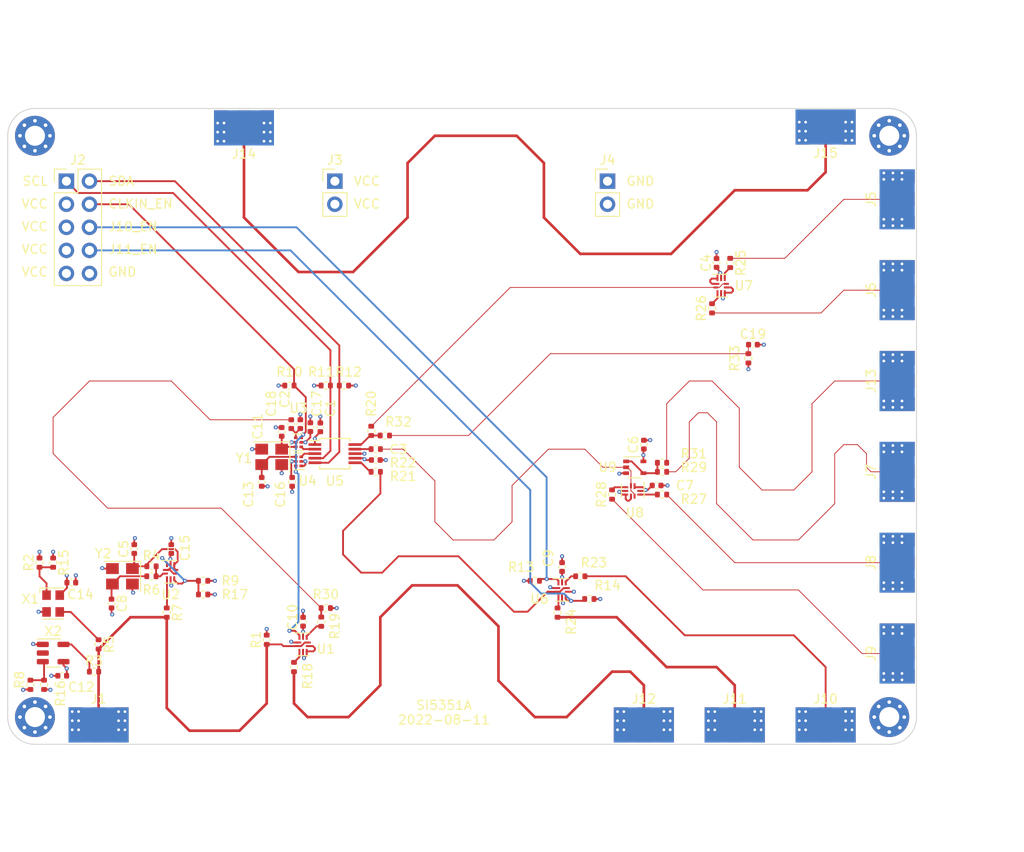
<source format=kicad_pcb>
(kicad_pcb (version 20211014) (generator pcbnew)
  (layers (0 "F.Cu" signal) (1 "In1.Cu" signal) (2 "In2.Cu" signal) (31 "B.Cu" signal) (34 "B.Paste" user) (35 "F.Paste" user) (36 "B.SilkS" user "B.Silkscreen") (37 "F.SilkS" user "F.Silkscreen") (38 "B.Mask" user) (39 "F.Mask" user) (44 "Edge.Cuts" user))
  (net 0 "")
  (net 1 "VCC")
  (net 2 "GND")
  (net 3 "Net-(C5-Pad1)")
  (net 4 "Net-(C8-Pad1)")
  (net 5 "Net-(C11-Pad1)")
  (net 6 "Net-(C13-Pad1)")
  (net 7 "Net-(C17-Pad1)")
  (net 8 "Net-(C17-Pad2)")
  (net 9 "Net-(J1-Pad1)")
  (net 10 "Net-(J5-Pad1)")
  (net 11 "Net-(J6-Pad1)")
  (net 12 "Net-(J7-Pad1)")
  (net 13 "Net-(J8-Pad1)")
  (net 14 "Net-(J9-Pad1)")
  (net 15 "Net-(J10-Pad1)")
  (net 16 "Net-(J11-Pad1)")
  (net 17 "Net-(J12-Pad1)")
  (net 18 "Net-(J13-Pad1)")
  (net 19 "Net-(R15-Pad2)")
  (net 20 "Net-(R3-Pad1)")
  (net 21 "Net-(R4-Pad2)")
  (net 22 "Net-(R5-Pad1)")
  (net 23 "Net-(R7-Pad1)")
  (net 24 "Net-(R16-Pad2)")
  (net 25 "Net-(R17-Pad2)")
  (net 26 "Net-(J2-Pad6)")
  (net 27 "Net-(J2-Pad8)")
  (net 28 "Net-(R18-Pad1)")
  (net 29 "Net-(R19-Pad2)")
  (net 30 "Net-(R23-Pad2)")
  (net 31 "Net-(R24-Pad2)")
  (net 32 "Net-(R25-Pad2)")
  (net 33 "Net-(R26-Pad2)")
  (net 34 "Net-(R27-Pad2)")
  (net 35 "Net-(R28-Pad2)")
  (net 36 "Net-(R29-Pad2)")
  (net 38 "/SCL")
  (net 39 "/SDA")
  (net 40 "/CLK0")
  (net 41 "/CLK2")
  (net 42 "/CLK1")
  (net 43 "/XA")
  (net 44 "/XB")
  (net 45 "Net-(C19-Pad1)")
  (net 46 "Net-(R20-Pad1)")
  (net 47 "Net-(R21-Pad2)")
  (net 48 "Net-(R22-Pad1)")
  (net 49 "/CLKIN_EN")
  (net 50 "Net-(J14-Pad1)")
  (footprint "Resistor_SMD:R_0402_1005Metric" (layer "F.Cu") (at 116.5 125.45 90)
    (fp_text reference "R8")
    (fp_text value "10k")
  )
  (footprint "Capacitor_SMD:C_0402_1005Metric" (layer "F.Cu") (at 154.5 100.7)
    (fp_text reference "C3")
    (fp_text value "100nF")
  )
  (footprint "Resistor_SMD:R_0402_1005Metric" (layer "F.Cu") (at 174.5 117.5 90)
    (fp_text reference "R24")
    (fp_text value "0")
  )
  (footprint "Resistor_SMD:R_0402_1005Metric" (layer "F.Cu") (at 186 101 180)
    (fp_text reference "R31")
    (fp_text value "0")
  )
  (footprint "MountingHole:MountingHole_2.2mm_M2_Pad_Via" (layer "F.Cu") (at 211 65)
    (fp_text reference "H2" hide)
    (fp_text value "hole")
  )
  (footprint "Si5351A:SMA-EDGE" (layer "F.Cu") (at 214 72 180)
    (fp_text reference "J5")
    (fp_text value "Conn_Coaxial")
  )
  (footprint "Resistor_SMD:R_0402_1005Metric" (layer "F.Cu") (at 123.5 124)
    (fp_text reference "R3")
    (fp_text value "0")
  )
  (footprint "Resistor_SMD:R_0402_1005Metric" (layer "F.Cu") (at 151 92.5 180)
    (fp_text reference "R12")
    (fp_text value "2k")
  )
  (footprint "Capacitor_SMD:C_0402_1005Metric" (layer "F.Cu") (at 127.925 110.5 90)
    (fp_text reference "C5")
    (fp_text value "C")
  )
  (footprint "Connector_PinHeader_2.54mm:PinHeader_1x02_P2.54mm_Vertical" (layer "F.Cu") (at 150 70)
    (fp_text reference "J3")
    (fp_text value "Conn_01x02_Male")
  )
  (footprint "Si5351A:SMA-EDGE" (layer "F.Cu") (at 184 132 90)
    (fp_text reference "J12")
    (fp_text value "Conn_Coaxial")
  )
  (footprint "Si5351A:XQFN10" (layer "F.Cu") (at 146.5 120.99)
    (fp_text reference "U1")
    (fp_text value "74AUP2G58GU")
  )
  (footprint "Resistor_SMD:R_0402_1005Metric" (layer "F.Cu") (at 124 121 -90)
    (fp_text reference "R5")
    (fp_text value "0")
  )
  (footprint "Resistor_SMD:R_0402_1005Metric" (layer "F.Cu") (at 178 116 180)
    (fp_text reference "R14")
    (fp_text value "10k")
  )
  (footprint "Capacitor_SMD:C_0402_1005Metric" (layer "F.Cu") (at 120 124.45 180)
    (fp_text reference "C12")
    (fp_text value "100nF")
  )
  (footprint "Resistor_SMD:R_0402_1005Metric" (layer "F.Cu") (at 135.5 114 180)
    (fp_text reference "R9")
    (fp_text value "10k")
  )
  (footprint "Resistor_SMD:R_0402_1005Metric" (layer "F.Cu") (at 135.5 115.5 180)
    (fp_text reference "R17")
    (fp_text value "10k")
  )
  (footprint "Resistor_SMD:R_0402_1005Metric" (layer "F.Cu") (at 117.5 112 90)
    (fp_text reference "R2")
    (fp_text value "10k")
  )
  (footprint "Si5351A:XSON6" (layer "F.Cu") (at 146 100.85 180)
    (fp_text reference "U4")
    (fp_text value "74LVC1G3157")
  )
  (footprint "Resistor_SMD:R_0402_1005Metric" (layer "F.Cu") (at 195.5 89.5 -90)
    (fp_text reference "R33")
    (fp_text value "R")
  )
  (footprint "Resistor_SMD:R_0402_1005Metric" (layer "F.Cu") (at 149 117 180)
    (fp_text reference "R30")
    (fp_text value "R")
  )
  (footprint "Connector_PinHeader_2.54mm:PinHeader_1x02_P2.54mm_Vertical" (layer "F.Cu") (at 180 70)
    (fp_text reference "J4")
    (fp_text value "Conn_01x02_Male")
  )
  (footprint "Resistor_SMD:R_0402_1005Metric" (layer "F.Cu") (at 148.5 118.5 -90)
    (fp_text reference "R19")
    (fp_text value "0")
  )
  (footprint "Si5351A:XQFN10" (layer "F.Cu") (at 131.925 113)
    (fp_text reference "U2")
    (fp_text value "74AUP2G58GU")
  )
  (footprint "MountingHole:MountingHole_2.2mm_M2_Pad_Via" (layer "F.Cu") (at 117 129)
    (fp_text reference "H4" hide)
    (fp_text value "hole")
  )
  (footprint "Resistor_SMD:R_0402_1005Metric" (layer "F.Cu") (at 129.825 112.4)
    (fp_text reference "R4")
    (fp_text value "R")
  )
  (footprint "Resistor_SMD:R_0402_1005Metric" (layer "F.Cu") (at 149 92.5)
    (fp_text reference "R11")
    (fp_text value "2k")
  )
  (footprint "Package_TO_SOT_SMD:SOT-23-5" (layer "F.Cu") (at 119 121.95)
    (fp_text reference "X2")
    (fp_text value "SiT2018B")
  )
  (footprint "Si5351A:XQFN10" (layer "F.Cu") (at 192.5 81.5)
    (fp_text reference "U7")
    (fp_text value "74AUP2G58GU")
  )
  (footprint "MountingHole:MountingHole_2.2mm_M2_Pad_Via" (layer "F.Cu") (at 117 65)
    (fp_text reference "H1" hide)
    (fp_text value "hole")
  )
  (footprint "Resistor_SMD:R_0402_1005Metric" (layer "F.Cu") (at 142.5 120.49 90)
    (fp_text reference "R1")
    (fp_text value "10k")
  )
  (footprint "Capacitor_SMD:C_0402_1005Metric" (layer "F.Cu") (at 185.4 103.5)
    (fp_text reference "C7")
    (fp_text value "100nF")
  )
  (footprint "Resistor_SMD:R_0402_1005Metric" (layer "F.Cu") (at 180.5 104.5 90)
    (fp_text reference "R28")
    (fp_text value "0")
  )
  (footprint "Resistor_SMD:R_0402_1005Metric" (layer "F.Cu") (at 131.5 117.5 -90)
    (fp_text reference "R7")
    (fp_text value "0")
  )
  (footprint "Capacitor_SMD:C_0402_1005Metric" (layer "F.Cu") (at 192 79 90)
    (fp_text reference "C4")
    (fp_text value "100nF")
  )
  (footprint "Si5351A:SMA-EDGE" (layer "F.Cu") (at 194 132 90)
    (fp_text reference "J11")
    (fp_text value "Conn_Coaxial")
  )
  (footprint "Resistor_SMD:R_0402_1005Metric" (layer "F.Cu") (at 118 125.45 90)
    (fp_text reference "R16")
    (fp_text value "10k")
  )
  (footprint "Resistor_SMD:R_0402_1005Metric" (layer "F.Cu") (at 177 113.5 180)
    (fp_text reference "R23")
    (fp_text value "0")
  )
  (footprint "Capacitor_SMD:C_0402_1005Metric" (layer "F.Cu") (at 147.3 97.08 90)
    (fp_text reference "C2")
    (fp_text value "100nF")
  )
  (footprint "Oscillator:Oscillator_SMD_Kyocera_KC2520Z-4Pin_2.5x2.0mm" (layer "F.Cu") (at 119 116.5)
    (fp_text reference "X1")
    (fp_text value "KC2520Z")
  )
  (footprint "Capacitor_SMD:C_0402_1005Metric" (layer "F.Cu") (at 175 112.48 90)
    (fp_text reference "C9")
    (fp_text value "100nF")
  )
  (footprint "Resistor_SMD:R_0402_1005Metric" (layer "F.Cu") (at 154.5 99.5 180)
    (fp_text reference "R22")
    (fp_text value "0")
  )
  (footprint "Si5351A:SMA-EDGE" (layer "F.Cu") (at 214 112 180)
    (fp_text reference "J8")
    (fp_text value "Conn_Coaxial")
  )
  (footprint "Crystal:Crystal_SMD_3225-4Pin_3.2x2.5mm" (layer "F.Cu") (at 126.625 113.5 180)
    (fp_text reference "Y2")
    (fp_text value "Crystal_GND24_Small")
  )
  (footprint "Capacitor_SMD:C_0402_1005Metric" (layer "F.Cu") (at 144.15 97.6 90)
    (fp_text reference "C11")
    (fp_text value "C")
  )
  (footprint "Package_TO_SOT_SMD:SOT-353_SC-70-5" (layer "F.Cu") (at 183 101.5)
    (fp_text reference "U9")
    (fp_text value "74LVC1G80")
  )
  (footprint "Resistor_SMD:R_0402_1005Metric" (layer "F.Cu") (at 193.5 79 -90)
    (fp_text reference "R25")
    (fp_text value "0")
  )
  (footprint "Capacitor_SMD:C_0402_1005Metric" (layer "F.Cu") (at 145.2 96.75 -90)
    (fp_text reference "C17")
    (fp_text value "33pF")
  )
  (footprint "Resistor_SMD:R_0402_1005Metric" (layer "F.Cu") (at 129.815 113.5)
    (fp_text reference "R6")
    (fp_text value "R")
  )
  (footprint "Resistor_SMD:R_0402_1005Metric" (layer "F.Cu") (at 154 97.49 -90)
    (fp_text reference "R20")
    (fp_text value "0")
  )
  (footprint "Resistor_SMD:R_0402_1005Metric" (layer "F.Cu") (at 119 112 -90)
    (fp_text reference "R15")
    (fp_text value "10k")
  )
  (footprint "Si5351A:XSON6" (layer "F.Cu") (at 146 98.75)
    (fp_text reference "U3")
    (fp_text value "74LVC1G3157")
  )
  (footprint "Capacitor_SMD:C_0402_1005Metric" (layer "F.Cu") (at 141.95 103.1 -90)
    (fp_text reference "C13")
    (fp_text value "C")
  )
  (footprint "Resistor_SMD:R_0402_1005Metric" (layer "F.Cu") (at 172 114)
    (fp_text reference "R13")
    (fp_text value "10k")
  )
  (footprint "MountingHole:MountingHole_2.2mm_M2_Pad_Via" (layer "F.Cu") (at 211 129)
    (fp_text reference "H3" hide)
    (fp_text value "hole")
  )
  (footprint "Capacitor_SMD:C_0402_1005Metric" (layer "F.Cu") (at 184 99 90)
    (fp_text reference "C6")
    (fp_text value "100nF")
  )
  (footprint "Capacitor_SMD:C_0402_1005Metric" (layer "F.Cu") (at 146.5 118.5 90)
    (fp_text reference "C10")
    (fp_text value "100nF")
  )
  (footprint "Capacitor_SMD:C_0402_1005Metric" (layer "F.Cu") (at 196 88)
    (fp_text reference "C19")
    (fp_text value "C")
  )
  (footprint "Si5351A:SMA-EDGE" (layer "F.Cu") (at 204 61.9 -90)
    (fp_text reference "J15")
    (fp_text value "Conn_Coaxial")
  )
  (footprint "Si5351A:SMA-EDGE" (layer "F.Cu") (at 214 92 180)
    (fp_text reference "J13")
    (fp_text value "Conn_Coaxial")
  )
  (footprint "Resistor_SMD:R_0402_1005Metric" (layer "F.Cu") (at 154.5 102)
    (fp_text reference "R21")
    (fp_text value "0")
  )
  (footprint "Capacitor_SMD:C_0402_1005Metric" (layer "F.Cu") (at 146.2 96.75 90)
    (fp_text reference "C18")
    (fp_text value "100pF")
  )
  (footprint "Connector_PinHeader_2.54mm:PinHeader_2x05_P2.54mm_Vertical" (layer "F.Cu") (at 120.46 70)
    (fp_text reference "J2")
    (fp_text value "Conn_02x05_Odd_Even")
  )
  (footprint "Package_SO:MSOP-10_3x3mm_P0.5mm" (layer "F.Cu") (at 150 100)
    (fp_text reference "U5")
    (fp_text value "Si5351A-B-GT")
  )
  (footprint "Resistor_SMD:R_0402_1005Metric" (layer "F.Cu") (at 191.5 84 90)
    (fp_text reference "R26")
    (fp_text value "0")
  )
  (footprint "Capacitor_SMD:C_0402_1005Metric" (layer "F.Cu") (at 148.4 97.1 90)
    (fp_text reference "C1")
    (fp_text value "100nF")
  )
  (footprint "Si5351A:SMA-EDGE" (layer "F.Cu") (at 140 62 -90)
    (fp_text reference "J14")
    (fp_text value "Conn_Coaxial")
  )
  (footprint "Resistor_SMD:R_0402_1005Metric" (layer "F.Cu") (at 145 92.5 180)
    (fp_text reference "R10")
    (fp_text value "10k")
  )
  (footprint "Resistor_SMD:R_0402_1005Metric" (layer "F.Cu") (at 145.5 123.49 -90)
    (fp_text reference "R18")
    (fp_text value "0")
  )
  (footprint "Crystal:Crystal_SMD_3225-4Pin_3.2x2.5mm" (layer "F.Cu") (at 143.05 100.35 180)
    (fp_text reference "Y1")
    (fp_text value "Crystal_GND24_Small")
  )
  (footprint "Resistor_SMD:R_0402_1005Metric" (layer "F.Cu") (at 186 104.5 180)
    (fp_text reference "R27")
    (fp_text value "0")
  )
  (footprint "Capacitor_SMD:C_0402_1005Metric" (layer "F.Cu") (at 121 114.2)
    (fp_text reference "C14")
    (fp_text value "100nF")
  )
  (footprint "Si5351A:SMA-EDGE" (layer "F.Cu") (at 204 132 90)
    (fp_text reference "J10")
    (fp_text value "Conn_Coaxial")
  )
  (footprint "Si5351A:XQFN10" (layer "F.Cu") (at 182.775 104.1 -90)
    (fp_text reference "U8")
    (fp_text value "74AUP2G58GU")
  )
  (footprint "Capacitor_SMD:C_0402_1005Metric" (layer "F.Cu") (at 145.3 103.1 -90)
    (fp_text reference "C16")
    (fp_text value "100nF")
  )
  (footprint "Resistor_SMD:R_0402_1005Metric" (layer "F.Cu") (at 186 102 180)
    (fp_text reference "R29")
    (fp_text value "0")
  )
  (footprint "Resistor_SMD:R_0402_1005Metric" (layer "F.Cu") (at 155.5 98)
    (fp_text reference "R32")
    (fp_text value "0")
  )
  (footprint "Si5351A:SMA-EDGE" (layer "F.Cu") (at 214 102 180)
    (fp_text reference "J7")
    (fp_text value "Conn_Coaxial")
  )
  (footprint "Si5351A:XQFN10" (layer "F.Cu") (at 175 115)
    (fp_text reference "U6")
    (fp_text value "74AUP2G58GU")
  )
  (footprint "Capacitor_SMD:C_0402_1005Metric" (layer "F.Cu") (at 125.425 116.5 -90)
    (fp_text reference "C8")
    (fp_text value "C")
  )
  (footprint "Capacitor_SMD:C_0402_1005Metric" (layer "F.Cu") (at 132 110.5 90)
    (fp_text reference "C15")
    (fp_text value "100nF")
  )
  (footprint "Si5351A:SMA-EDGE" (layer "F.Cu") (at 214 82 180)
    (fp_text reference "J6")
    (fp_text value "Conn_Coaxial")
  )
  (footprint "Si5351A:SMA-EDGE" (layer "F.Cu") (at 214 122 180)
    (fp_text reference "J9")
    (fp_text value "Conn_Coaxial")
  )
  (footprint "Si5351A:SMA-EDGE" (layer "F.Cu") (at 124 132 90)
    (fp_text reference "J1")
    (fp_text value "Conn_Coaxial")
  )
  (gr_line (start 117 62) (end 211 62) (layer "Edge.Cuts") (width 0.1))
  (gr_arc (start 211 62) (mid 213.12132 62.87868) (end 214 65) (layer "Edge.Cuts") (width 0.1))
  (gr_arc (start 117 132) (mid 114.87868 131.12132) (end 114 129) (layer "Edge.Cuts") (width 0.1))
  (gr_line (start 214 129) (end 214 65) (layer "Edge.Cuts") (width 0.1))
  (gr_arc (start 214 129) (mid 213.12132 131.12132) (end 211 132) (layer "Edge.Cuts") (width 0.1))
  (gr_line (start 211 132) (end 117 132) (layer "Edge.Cuts") (width 0.1))
  (gr_line (start 114 65) (end 114 129) (layer "Edge.Cuts") (width 0.1))
  (gr_arc (start 114 65) (mid 114.87868 62.87868) (end 117 62) (layer "Edge.Cuts") (width 0.1))
  (gr_text "J10_EN" (at 125 75) (layer "F.SilkS") (effects (font (size 1 1)) (justify left)))
  (gr_text "GND" (at 182 72.5) (layer "F.SilkS") (effects (font (size 1 1)) (justify left)))
  (gr_text "GND" (at 125 80) (layer "F.SilkS") (effects (font (size 1 1)) (justify left)))
  (gr_text "VCC" (at 118.5 72.5) (layer "F.SilkS") (effects (font (size 1 1)) (justify right)))
  (gr_text "VCC" (at 118.5 80) (layer "F.SilkS") (effects (font (size 1 1)) (justify right)))
  (gr_text "J11_EN" (at 125 77.5) (layer "F.SilkS") (effects (font (size 1 1)) (justify left)))
  (gr_text "VCC" (at 152 70) (layer "F.SilkS") (effects (font (size 1 1)) (justify left)))
  (gr_text "SDA" (at 125 70) (layer "F.SilkS") (effects (font (size 1 1)) (justify left)))
  (gr_text "CLKIN_EN" (at 125 72.5) (layer "F.SilkS") (effects (font (size 1 1)) (justify left)))
  (gr_text "VCC" (at 118.5 75) (layer "F.SilkS") (effects (font (size 1 1)) (justify right)))
  (gr_text "Si5351A\n2022-08-11" (at 162 128.5) (layer "F.SilkS") (effects (font (size 1 1))))
  (gr_text "VCC" (at 118.5 77.5) (layer "F.SilkS") (effects (font (size 1 1)) (justify right)))
  (gr_text "SCL" (at 118.5 70) (layer "F.SilkS") (effects (font (size 1 1)) (justify right)))
  (gr_text "VCC" (at 152 72.5) (layer "F.SilkS") (effects (font (size 1 1)) (justify left)))
  (gr_text "GND" (at 182 70) (layer "F.SilkS") (effects (font (size 1 1)) (justify left)))
  (segment (start 192.4 80) (end 192 79.6) (width 0.2032) (layer "F.Cu") (net 1))
  (segment (start 183.55 103.7) (end 183.9 103.7) (width 0.2032) (layer "F.Cu") (net 1))
  (segment (start 120.1375 123.2875) (end 120.5 123.65) (width 0.2032) (layer "F.Cu") (net 1))
  (segment (start 184.1 104.1) (end 184.2 104) (width 0.2032) (layer "F.Cu") (net 1))
  (segment (start 151.51 92.5) (end 152.3 92.5) (width 0.2032) (layer "F.Cu") (net 1))
  (segment (start 184.2 104) (end 184.42 104) (width 0.2032) (layer "F.Cu") (net 1))
  (segment (start 192.1 80.3) (end 192.3 80.1) (width 0.2032) (layer "F.Cu") (net 1))
  (segment (start 146.3 98.75) (end 146.75 98.75) (width 0.2032) (layer "F.Cu") (net 1))
  (segment (start 117.5 111.49) (end 117.5 110.8) (width 0.2032) (layer "F.Cu") (net 1))
  (segment (start 145.29 120.79) (end 145.2 120.7) (width 0.2032) (layer "F.Cu") (net 1))
  (segment (start 147.8 99) (end 147.8 98.35) (width 0.2032) (layer "F.Cu") (net 1))
  (segment (start 132.252036 113.2) (end 131.8 112.747964) (width 0.2032) (layer "F.Cu") (net 1))
  (segment (start 120.52 113.42) (end 120.5 113.4) (width 0.2032) (layer "F.Cu") (net 1))
  (segment (start 131.7 112.8) (end 131.8 112.7) (width 0.2032) (layer "F.Cu") (net 1))
  (segment (start 174.475 114.8) (end 173.8 114.8) (width 0.2032) (layer "F.Cu") (net 1))
  (segment (start 192.1 80.725) (end 192.1 80.3) (width 0.2032) (layer "F.Cu") (net 1))
  (segment (start 136.01 114) (end 136.8 114) (width 0.2032) (layer "F.Cu") (net 1))
  (segment (start 120.52 114.78) (end 120.52 114.2) (width 0.2032) (layer "F.Cu") (net 1))
  (segment (start 147.8 98.35) (end 147.8 98.2) (width 0.2032) (layer "F.Cu") (net 1))
  (segment (start 183.95 99.53) (end 184 99.48) (width 0.2032) (layer "F.Cu") (net 1))
  (segment (start 147.8 98.2) (end 148.4 97.6) (width 0.2032) (layer "F.Cu") (net 1))
  (segment (start 183.55 103.7) (end 183.1 103.7) (width 0.2032) (layer "F.Cu") (net 1))
  (segment (start 131.925 112.225) (end 131.925 111.625) (width 0.2032) (layer "F.Cu") (net 1))
  (segment (start 132.5 113.2) (end 132.252036 113.2) (width 0.2032) (layer "F.Cu") (net 1))
  (segment (start 131.8 112.7) (end 131.925 112.575) (width 0.2032) (layer "F.Cu") (net 1))
  (segment (start 146.5 119.6) (end 146.5 118.98) (width 0.2032) (layer "F.Cu") (net 1))
  (segment (start 148.49 92.5) (end 147.7 92.5) (width 0.2032) (layer "F.Cu") (net 1))
  (segment (start 131.9 111.08) (end 132 110.98) (width 0.2032) (layer "F.Cu") (net 1))
  (segment (start 119.725 115.575) (end 120.52 114.78) (width 0.2032) (layer "F.Cu") (net 1))
  (segment (start 192.4 80.1) (end 192.4 80) (width 0.2032) (layer "F.Cu") (net 1))
  (segment (start 175.575 115.2) (end 176.3 115.2) (width 0.2032) (layer "F.Cu") (net 1))
  (segment (start 145.2 100.9) (end 145.2 102.52) (width 0.2032) (layer "F.Cu") (net 1))
  (segment (start 175 113.6) (end 175 112.96) (width 0.2032) (layer "F.Cu") (net 1))
  (segment (start 184.42 104) (end 184.92 103.5) (width 0.2032) (layer "F.Cu") (net 1))
  (segment (start 183.95 100.85) (end 183.95 99.53) (width 0.2032) (layer "F.Cu") (net 1))
  (segment (start 120.52 114.2) (end 120.52 113.42) (width 0.2032) (layer "F.Cu") (net 1))
  (segment (start 148.4 97.6) (end 148.4 97.58) (width 0.2032) (layer "F.Cu") (net 1))
  (segment (start 116.5 125.96) (end 115.74 125.96) (width 0.2032) (layer "F.Cu") (net 1))
  (segment (start 147.3 98.2) (end 147.3 97.56) (width 0.2032) (layer "F.Cu") (net 1))
  (segment (start 146.75 98.75) (end 147.3 98.2) (width 0.2032) (layer "F.Cu") (net 1))
  (segment (start 192.5 80.2) (end 192.4 80.1) (width 0.2032) (layer "F.Cu") (net 1))
  (segment (start 120.5 124.43) (end 120.48 124.45) (width 0.2032) (layer "F.Cu") (net 1))
  (segment (start 120.1375 122.9) (end 120.1375 123.2875) (width 0.2032) (layer "F.Cu") (net 1))
  (segment (start 145.2 102.52) (end 145.3 102.62) (width 0.2032) (layer "F.Cu") (net 1))
  (segment (start 191.5 81.3) (end 191.3 81.1) (width 0.2032) (layer "F.Cu") (net 1))
  (segment (start 173.8 114.8) (end 173.7 114.7) (width 0.2032) (layer "F.Cu") (net 1))
  (segment (start 131.925 112.575) (end 131.925 112.225) (width 0.2032) (layer "F.Cu") (net 1))
  (segment (start 120.5 123.65) (end 120.5 124.43) (width 0.2032) (layer "F.Cu") (net 1))
  (segment (start 192.3 80.1) (end 192.4 80.1) (width 0.2032) (layer "F.Cu") (net 1))
  (segment (start 192.5 80.725) (end 192.5 80.2) (width 0.2032) (layer "F.Cu") (net 1))
  (segment (start 145.25 100.85) (end 145.2 100.9) (width 0.2032) (layer "F.Cu") (net 1))
  (segment (start 115.74 125.96) (end 115.7 126) (width 0.2032) (layer "F.Cu") (net 1))
  (segment (start 183.1 103.7) (end 182.975 103.575) (width 0.2032) (layer "F.Cu") (net 1))
  (segment (start 153.350154 100.7) (end 153.261304 100.61115) (width 0.2032) (layer "F.Cu") (net 1))
  (segment (start 183.55 104.1) (end 184.1 104.1) (width 0.2032) (layer "F.Cu") (net 1))
  (segment (start 152.2 100.5) (end 153.150154 100.5) (width 0.2032) (layer "F.Cu") (net 1))
  (segment (start 131.8 112.747964) (end 131.8 112.7) (width 0.2032) (layer "F.Cu") (net 1))
  (segment (start 131.925 111.625) (end 131.9 111.6) (width 0.2032) (layer "F.Cu") (net 1))
  (segment (start 145.7 100.85) (end 145.25 100.85) (width 0.2032) (layer "F.Cu") (net 1))
  (segment (start 145.975 120.79) (end 145.29 120.79) (width 0.2032) (layer "F.Cu") (net 1))
  (segment (start 153.150154 100.5) (end 153.261304 100.61115) (width 0.2032) (layer "F.Cu") (net 1))
  (segment (start 175 114.225) (end 175 113.6) (width 0.2032) (layer "F.Cu") (net 1))
  (segment (start 192 79.6) (end 192 79.48) (width 0.2032) (layer "F.Cu") (net 1))
  (segment (start 146.5 120.215) (end 146.5 119.6) (width 0.2032) (layer "F.Cu") (net 1))
  (segment (start 131.4 112.8) (end 131.7 112.8) (width 0.2032) (layer "F.Cu") (net 1))
  (segment (start 192.1 80.725) (end 191.475 80.725) (width 0.2032) (layer "F.Cu") (net 1))
  (segment (start 191.3 81.1) (end 191.3 80.9) (width 0.2032) (layer "F.Cu") (net 1))
  (segment (start 191.475 80.725) (end 191.3 80.9) (width 0.2032) (layer "F.Cu") (net 1))
  (segment (start 183.9 103.7) (end 184.2 104) (width 0.2032) (layer "F.Cu") (net 1))
  (segment (start 131.9 111.6) (end 131.9 111.08) (width 0.2032) (layer "F.Cu") (net 1))
  (segment (start 191.975 81.3) (end 191.5 81.3) (width 0.2032) (layer "F.Cu") (net 1))
  (segment (start 154.02 100.7) (end 153.350154 100.7) (width 0.2032) (layer "F.Cu") (net 1))
  (via (at 192.4 80.1) (size 0.45) (drill 0.2) (layers "F.Cu" "B.Cu") (net 1))
  (via (at 145.25 100.85) (size 0.45) (drill 0.2) (layers "F.Cu" "B.Cu") (net 1))
  (via (at 147.7 92.5) (size 0.45) (drill 0.2) (layers "F.Cu" "B.Cu") (net 1))
  (via (at 117.5 110.8) (size 0.45) (drill 0.2) (layers "F.Cu" "B.Cu") (net 1))
  (via (at 175 113.6) (size 0.45) (drill 0.2) (layers "F.Cu" "B.Cu") (net 1))
  (via (at 146.5 119.6) (size 0.45) (drill 0.2) (layers "F.Cu" "B.Cu") (net 1))
  (via (at 152.3 92.5) (size 0.45) (drill 0.2) (layers "F.Cu" "B.Cu") (net 1))
  (via (at 131.9 111.6) (size 0.45) (drill 0.2) (layers "F.Cu" "B.Cu") (net 1))
  (via (at 115.7 126) (size 0.45) (drill 0.2) (layers "F.Cu" "B.Cu") (net 1))
  (via (at 146.75 98.75) (size 0.45) (drill 0.2) (layers "F.Cu" "B.Cu") (net 1))
  (via (at 145.2 120.7) (size 0.45) (drill 0.2) (layers "F.Cu" "B.Cu") (net 1))
  (via (at 136.8 114) (size 0.45) (drill 0.2) (layers "F.Cu" "B.Cu") (net 1))
  (via (at 120.5 123.65) (size 0.45) (drill 0.2) (layers "F.Cu" "B.Cu") (net 1))
  (via (at 183.95 100.15) (size 0.45) (drill 0.2) (layers "F.Cu" "B.Cu") (net 1))
  (via (at 153.261304 100.61115) (size 0.45) (drill 0.2) (layers "F.Cu" "B.Cu") (net 1))
  (via (at 147.8 98.35) (size 0.45) (drill 0.2) (layers "F.Cu" "B.Cu") (net 1))
  (via (at 184.2 104) (size 0.45) (drill 0.2) (layers "F.Cu" "B.Cu") (net 1))
  (via (at 120.5 113.4) (size 0.45) (drill 0.2) (layers "F.Cu" "B.Cu") (net 1))
  (via (at 173.7 114.7) (size 0.45) (drill 0.2) (layers "F.Cu" "B.Cu") (net 1))
  (via (at 176.3 115.2) (size 0.45) (drill 0.2) (layers "F.Cu" "B.Cu") (net 1))
  (segment (start 146.9 121.765) (end 146.9 122.2) (width 0.2032) (layer "F.Cu") (net 2))
  (segment (start 182.575 104.975) (end 182.37 105.18) (width 0.2032) (layer "F.Cu") (net 2))
  (segment (start 144.49 92.5) (end 143.8 92.5) (width 0.2032) (layer "F.Cu") (net 2))
  (segment (start 192.9 82.275) (end 192.9 82.7) (width 0.2032) (layer "F.Cu") (net 2))
  (segment (start 195.5 90.01) (end 195.5 90.7) (width 0.2032) (layer "F.Cu") (net 2))
  (segment (start 131.925 113.775) (end 131.925 114.425) (width 0.2032) (layer "F.Cu") (net 2))
  (segment (start 192.5 82.275) (end 192.5 82.7) (width 0.2032) (layer "F.Cu") (net 2))
  (segment (start 145.3 103.58) (end 145.3 104.2) (width 0.2032) (layer "F.Cu") (net 2))
  (segment (start 125.525 112.65) (end 124.45 112.65) (width 0.2032) (layer "F.Cu") (net 2))
  (segment (start 118.275 117.425) (end 117.425 117.425) (width 0.2032) (layer "F.Cu") (net 2))
  (segment (start 182 104.99) (end 182 104.5) (width 0.2032) (layer "F.Cu") (net 2))
  (segment (start 147.075 121.19) (end 147.59 121.19) (width 0.2032) (layer "F.Cu") (net 2))
  (segment (start 193.6 81.7) (end 193.8 81.9) (width 0.2032) (layer "F.Cu") (net 2))
  (segment (start 125.425 116.98) (end 125.425 117.625) (width 0.2032) (layer "F.Cu") (net 2))
  (segment (start 143.52 97.12) (end 143.5 97.1) (width 0.2032) (layer "F.Cu") (net 2))
  (segment (start 146.5 122.4) (end 146.6 122.5) (width 0.2032) (layer "F.Cu") (net 2))
  (segment (start 181.35 102.15) (end 181.3 102.2) (width 0.2032) (layer "F.Cu") (net 2))
  (segment (start 152.2 100) (end 153.25 100) (width 0.2032) (layer "F.Cu") (net 2))
  (segment (start 127.925 109.375) (end 128 109.3) (width 0.2032) (layer "F.Cu") (net 2))
  (segment (start 184.68 98.52) (end 184.7 98.5) (width 0.2032) (layer "F.Cu") (net 2))
  (segment (start 142.5 119.98) (end 142.5 119.3) (width 0.2032) (layer "F.Cu") (net 2))
  (segment (start 193.625 82.275) (end 192.9 82.275) (width 0.2032) (layer "F.Cu") (net 2))
  (segment (start 116.85 121) (end 116.8 120.95) (width 0.2032) (layer "F.Cu") (net 2))
  (segment (start 175 112) (end 175 111.3) (width 0.2032) (layer "F.Cu") (net 2))
  (segment (start 175 115.775) (end 175 116.342987) (width 0.2032) (layer "F.Cu") (net 2))
  (segment (start 146.61 101.35) (end 146.75 101.21) (width 0.2032) (layer "F.Cu") (net 2))
  (segment (start 124.45 112.65) (end 124.4 112.6) (width 0.2032) (layer "F.Cu") (net 2))
  (segment (start 117.8625 121) (end 116.85 121) (width 0.2032) (layer "F.Cu") (net 2))
  (segment (start 178.51 116) (end 179.2 116) (width 0.2032) (layer "F.Cu") (net 2))
  (segment (start 192.9 82.7) (end 192.7 82.9) (width 0.2032) (layer "F.Cu") (net 2))
  (segment (start 196.48 88) (end 197.2 88) (width 0.2032) (layer "F.Cu") (net 2))
  (segment (start 182.37 105.18) (end 182.19 105.18) (width 0.2032) (layer "F.Cu") (net 2))
  (segment (start 142.58 103.58) (end 142.6 103.6) (width 0.2032) (layer "F.Cu") (net 2))
  (segment (start 154.98 100.7) (end 155.6 100.7) (width 0.2032) (layer "F.Cu") (net 2))
  (segment (start 185.88 103.5) (end 186.6 103.5) (width 0.2032) (layer "F.Cu") (net 2))
  (segment (start 182.19 105.18) (end 182 104.99) (width 0.2032) (layer "F.Cu") (net 2))
  (segment (start 182 104.1) (end 181.4 104.1) (width 0.2032) (layer "F.Cu") (net 2))
  (segment (start 118.66 125.96) (end 118.7 126) (width 0.2032) (layer "F.Cu") (net 2))
  (segment (start 146.5 121.765) (end 146.5 122.4) (width 0.2032) (layer "F.Cu") (net 2))
  (segment (start 119.52 124.45) (end 118.8 124.45) (width 0.2032) (layer "F.Cu") (net 2))
  (segment (start 146.75 101.21) (end 146.75 100.85) (width 0.2032) (layer "F.Cu") (net 2))
  (segment (start 127.725 114.35) (end 127.725 115.225) (width 0.2032) (layer "F.Cu") (net 2))
  (segment (start 144.15 97.12) (end 143.52 97.12) (width 0.2032) (layer "F.Cu") (net 2))
  (segment (start 136.01 115.5) (end 136.8 115.5) (width 0.2032) (layer "F.Cu") (net 2))
  (segment (start 127.925 110.02) (end 127.925 109.375) (width 0.2032) (layer "F.Cu") (net 2))
  (segment (start 145.7 98.75) (end 145.25 98.75) (width 0.2032) (layer "F.Cu") (net 2))
  (segment (start 181.4 104.1) (end 181.3 104.2) (width 0.2032) (layer "F.Cu") (net 2))
  (segment (start 144.15 101.2) (end 144.15 102.15) (width 0.2032) (layer "F.Cu") (net 2))
  (segment (start 192.5 82.7) (end 192.7 82.9) (width 0.2032) (layer "F.Cu") (net 2))
  (segment (start 141.95 99.5) (end 140.9 99.5) (width 0.2032) (layer "F.Cu") (net 2))
  (segment (start 141.95 103.58) (end 142.58 103.58) (width 0.2032) (layer "F.Cu") (net 2))
  (segment (start 117.425 117.425) (end 117.4 117.4) (width 0.2032) (layer "F.Cu") (net 2))
  (segment (start 184 98.52) (end 184.68 98.52) (width 0.2032) (layer "F.Cu") (net 2))
  (segment (start 118 125.96) (end 118.66 125.96) (width 0.2032) (layer "F.Cu") (net 2))
  (segment (start 148.4 96.62) (end 148.4 95.9) (width 0.2032) (layer "F.Cu") (net 2))
  (segment (start 193.8 82.1) (end 193.625 82.275) (width 0.2032) (layer "F.Cu") (net 2))
  (segment (start 147.3 96.6) (end 147.3 95.9) (width 0.2032) (layer "F.Cu") (net 2))
  (segment (start 146.3 101.35) (end 146.61 101.35) (width 0.2032) (layer "F.Cu") (net 2))
  (segment (start 175 116.342987) (end 175.106233 116.44922) (width 0.2032) (layer "F.Cu") (net 2))
  (segment (start 171.49 114) (end 170.8 114) (width 0.2032) (layer "F.Cu") (net 2))
  (segment (start 146.5 118.02) (end 146.5 117.3) (width 0.2032) (layer "F.Cu") (net 2))
  (segment (start 147.59 121.19) (end 147.8 121.4) (width 0.2032) (layer "F.Cu") (net 2))
  (segment (start 182.575 104.675) (end 182.575 104.975) (width 0.2032) (layer "F.Cu") (net 2))
  (segment (start 147.635 121.765) (end 146.9 121.765) (width 0.2032) (layer "F.Cu") (net 2))
  (segment (start 146.3 100.85) (end 146.75 100.85) (width 0.2032) (layer "F.Cu") (net 2))
  (segment (start 193.8 81.9) (end 193.8 82.1) (width 0.2032) (layer "F.Cu") (net 2))
  (segment (start 181.6 104.5) (end 181.3 104.2) (width 0.2032) (layer "F.Cu") (net 2))
  (segment (start 121.48 113.42) (end 121.5 113.4) (width 0.2032) (layer "F.Cu") (net 2))
  (segment (start 119 111.49) (end 119 110.8) (width 0.2032) (layer "F.Cu") (net 2))
  (segment (start 147.8 121.4) (end 147.8 121.6) (width 0.2032) (layer "F.Cu") (net 2))
  (segment (start 146.2 96.27) (end 146.2 95.65) (width 0.2032) (layer "F.Cu") (net 2))
  (segment (start 193.075 81.7) (end 193.6 81.7) (width 0.2032) (layer "F.Cu") (net 2))
  (segment (start 121.48 114.2) (end 121.48 113.42) (width 0.2032) (layer "F.Cu") (net 2))
  (segment (start 127.725 115.225) (end 127.8 115.3) (width 0.2032) (layer "F.Cu") (net 2))
  (segment (start 125.425 117.625) (end 125.5 117.7) (width 0.2032) (layer "F.Cu") (net 2))
  (segment (start 132 110.02) (end 132 109.3) (width 0.2032) (layer "F.Cu") (net 2))
  (segment (start 131.925 114.425) (end 132 114.5) (width 0.2032) (layer "F.Cu") (net 2))
  (segment (start 182.05 102.15) (end 181.35 102.15) (width 0.2032) (layer "F.Cu") (net 2))
  (segment (start 182 104.5) (end 181.6 104.5) (width 0.2032) (layer "F.Cu") (net 2))
  (segment (start 146.9 122.2) (end 146.6 122.5) (width 0.2032) (layer "F.Cu") (net 2))
  (segment (start 147.8 121.6) (end 147.635 121.765) (width 0.2032) (layer "F.Cu") (net 2))
  (segment (start 192 78.52) (end 192 77.8) (width 0.2032) (layer "F.Cu") (net 2))
  (segment (start 149.51 117) (end 150.2 117) (width 0.2032) (layer "F.Cu") (net 2))
  (via (at 128 109.3) (size 0.45) (drill 0.2) (layers "F.Cu" "B.Cu") (net 2))
  (via (at 119 110.8) (size 0.45) (drill 0.2) (layers "F.Cu" "B.Cu") (net 2))
  (via (at 186.6 103.5) (size 0.45) (drill 0.2) (layers "F.Cu" "B.Cu") (net 2))
  (via (at 147.3 95.9) (size 0.45) (drill 0.2) (layers "F.Cu" "B.Cu") (net 2))
  (via (at 195.5 90.7) (size 0.45) (drill 0.2) (layers "F.Cu" "B.Cu") (net 2))
  (via (at 143.8 92.5) (size 0.45) (drill 0.2) (layers "F.Cu" "B.Cu") (net 2))
  (via (at 155.6 100.7) (size 0.45) (drill 0.2) (layers "F.Cu" "B.Cu") (net 2))
  (via (at 118.7 126) (size 0.45) (drill 0.2) (layers "F.Cu" "B.Cu") (net 2))
  (via (at 145.3 104.2) (size 0.45) (drill 0.2) (layers "F.Cu" "B.Cu") (net 2))
  (via (at 136.8 115.5) (size 0.45) (drill 0.2) (layers "F.Cu" "B.Cu") (net 2))
  (via (at 192 77.8) (size 0.45) (drill 0.2) (layers "F.Cu" "B.Cu") (net 2))
  (via (at 142.5 119.3) (size 0.45) (drill 0.2) (layers "F.Cu" "B.Cu") (net 2))
  (via (at 146.5 117.3) (size 0.45) (drill 0.2) (layers "F.Cu" "B.Cu") (net 2))
  (via (at 132 114.5) (size 0.45) (drill 0.2) (layers "F.Cu" "B.Cu") (net 2))
  (via (at 145.25 98.75) (size 0.45) (drill 0.2) (layers "F.Cu" "B.Cu") (net 2))
  (via (at 118.8 124.45) (size 0.45) (drill 0.2) (layers "F.Cu" "B.Cu") (net 2))
  (via (at 197.2 88) (size 0.45) (drill 0.2) (layers "F.Cu" "B.Cu") (net 2))
  (via (at 181.3 104.2) (size 0.45) (drill 0.2) (layers "F.Cu" "B.Cu") (net 2))
  (via (at 181.3 102.2) (size 0.45) (drill 0.2) (layers "F.Cu" "B.Cu") (net 2))
  (via (at 124.4 112.6) (size 0.45) (drill 0.2) (layers "F.Cu" "B.Cu") (net 2))
  (via (at 146.2 95.65) (size 0.45) (drill 0.2) (layers "F.Cu" "B.Cu") (net 2))
  (via (at 132 109.3) (size 0.45) (drill 0.2) (layers "F.Cu" "B.Cu") (net 2))
  (via (at 150.2 117) (size 0.45) (drill 0.2) (layers "F.Cu" "B.Cu") (net 2))
  (via (at 125.5 117.7) (size 0.45) (drill 0.2) (layers "F.Cu" "B.Cu") (net 2))
  (via (at 175 111.3) (size 0.45) (drill 0.2) (layers "F.Cu" "B.Cu") (net 2))
  (via (at 179.2 116) (size 0.45) (drill 0.2) (layers "F.Cu" "B.Cu") (net 2))
  (via (at 192.7 82.9) (size 0.45) (drill 0.2) (layers "F.Cu" "B.Cu") (net 2))
  (via (at 116.8 120.95) (size 0.45) (drill 0.2) (layers "F.Cu" "B.Cu") (net 2))
  (via (at 144.15 102.15) (size 0.45) (drill 0.2) (layers "F.Cu" "B.Cu") (net 2))
  (via (at 153.25 100) (size 0.45) (drill 0.2) (layers "F.Cu" "B.Cu") (net 2))
  (via (at 127.8 115.3) (size 0.45) (drill 0.2) (layers "F.Cu" "B.Cu") (net 2))
  (via (at 140.9 99.5) (size 0.45) (drill 0.2) (layers "F.Cu" "B.Cu") (net 2))
  (via (at 170.8 114) (size 0.45) (drill 0.2) (layers "F.Cu" "B.Cu") (net 2))
  (via (at 148.4 95.9) (size 0.45) (drill 0.2) (layers "F.Cu" "B.Cu") (net 2))
  (via (at 117.4 117.4) (size 0.45) (drill 0.2) (layers "F.Cu" "B.Cu") (net 2))
  (via (at 146.6 122.5) (size 0.45) (drill 0.2) (layers "F.Cu" "B.Cu") (net 2))
  (via (at 146.75 100.85) (size 0.45) (drill 0.2) (layers "F.Cu" "B.Cu") (net 2))
  (via (at 142.6 103.6) (size 0.45) (drill 0.2) (layers "F.Cu" "B.Cu") (net 2))
  (via (at 121.5 113.4) (size 0.45) (drill 0.2) (layers "F.Cu" "B.Cu") (net 2))
  (via (at 175.106233 116.44922) (size 0.45) (drill 0.2) (layers "F.Cu" "B.Cu") (net 2))
  (via (at 184.7 98.5) (size 0.45) (drill 0.2) (layers "F.Cu" "B.Cu") (net 2))
  (via (at 143.5 97.1) (size 0.45) (drill 0.2) (layers "F.Cu" "B.Cu") (net 2))
  (segment (start 132.325 112.225) (end 132.325 112.625) (width 0.2032) (layer "F.Cu") (net 3))
  (segment (start 132.4095 110.5095) (end 130.9905 110.5095) (width 0.2032) (layer "F.Cu") (net 3))
  (segment (start 130.9905 110.5095) (end 129.315 112.185) (width 0.2032) (layer "F.Cu") (net 3))
  (segment (start 132.325 112.625) (end 132.5 112.8) (width 0.2032) (layer "F.Cu") (net 3))
  (segment (start 129.315 112.185) (end 129.315 112.4) (width 0.2032) (layer "F.Cu") (net 3))
  (segment (start 132.7 111.85) (end 132.7 110.8) (width 0.2032) (layer "F.Cu") (net 3))
  (segment (start 127.925 110.98) (end 127.925 112.45) (width 0.2032) (layer "F.Cu") (net 3))
  (segment (start 127.925 112.45) (end 127.725 112.65) (width 0.2032) (layer "F.Cu") (net 3))
  (segment (start 127.975 112.4) (end 127.725 112.65) (width 0.2032) (layer "F.Cu") (net 3))
  (segment (start 132.7 110.8) (end 132.4095 110.5095) (width 0.2032) (layer "F.Cu") (net 3))
  (segment (start 129.315 112.4) (end 127.975 112.4) (width 0.2032) (layer "F.Cu") (net 3))
  (segment (start 132.325 112.225) (end 132.7 111.85) (width 0.2032) (layer "F.Cu") (net 3))
  (segment (start 126.375 113.5) (end 125.525 114.35) (width 0.2032) (layer "F.Cu") (net 4))
  (segment (start 129.305 113.5) (end 126.375 113.5) (width 0.2032) (layer "F.Cu") (net 4))
  (segment (start 125.425 114.45) (end 125.525 114.35) (width 0.2032) (layer "F.Cu") (net 4))
  (segment (start 125.425 116.02) (end 125.425 114.45) (width 0.2032) (layer "F.Cu") (net 4))
  (segment (start 145.7 99.25) (end 144.4 99.25) (width 0.2032) (layer "F.Cu") (net 5))
  (segment (start 144.4 99.25) (end 144.15 99.5) (width 0.2032) (layer "F.Cu") (net 5))
  (segment (start 144.15 98.08) (end 144.15 99.5) (width 0.2032) (layer "F.Cu") (net 5))
  (segment (start 141.95 101.2) (end 141.95 102.62) (width 0.2032) (layer "F.Cu") (net 6))
  (segment (start 145.7 100.35) (end 142.8 100.35) (width 0.2032) (layer "F.Cu") (net 6))
  (segment (start 142.8 100.35) (end 141.95 101.2) (width 0.2032) (layer "F.Cu") (net 6))
  (segment (start 132 92) (end 136.27 96.27) (width 0.0889) (layer "F.Cu") (net 7))
  (segment (start 123 92) (end 132 92) (width 0.0889) (layer "F.Cu") (net 7))
  (segment (start 148.5 117.01) (end 148.49 117) (width 0.2032) (layer "F.Cu") (net 7))
  (segment (start 137.49 106) (end 125 106) (width 0.0889) (layer "F.Cu") (net 7))
  (segment (start 119 100) (end 119 96) (width 0.0889) (layer "F.Cu") (net 7))
  (segment (start 148.49 117) (end 137.49 106) (width 0.0889) (layer "F.Cu") (net 7))
  (segment (start 119 96) (end 123 92) (width 0.0889) (layer "F.Cu") (net 7))
  (segment (start 136.27 96.27) (end 145.2 96.27) (width 0.0889) (layer "F.Cu") (net 7))
  (segment (start 148.5 117.99) (end 148.5 117.01) (width 0.2032) (layer "F.Cu") (net 7))
  (segment (start 125 106) (end 119 100) (width 0.0889) (layer "F.Cu") (net 7))
  (segment (start 145.7 98.25) (end 145.7 97.73) (width 0.2032) (layer "F.Cu") (net 8))
  (segment (start 145.2 97.23) (end 145.7 97.73) (width 0.2032) (layer "F.Cu") (net 8))
  (segment (start 145.7 97.73) (end 146.2 97.23) (width 0.2032) (layer "F.Cu") (net 8))
  (segment (start 124 121.51) (end 127.5 118.01) (width 0.29337) (layer "F.Cu") (net 9))
  (segment (start 127.5 118.01) (end 131.5 118.01) (width 0.29337) (layer "F.Cu") (net 9))
  (segment (start 131.5 128) (end 131.5 118.01) (width 0.29337) (layer "F.Cu") (net 9))
  (segment (start 142.5 127.5) (end 142.5 121) (width 0.29337) (layer "F.Cu") (net 9))
  (segment (start 144.33 121.19) (end 144.14 121) (width 0.2032) (layer "F.Cu") (net 9))
  (segment (start 147.075 120.79) (end 146.6895 120.79) (width 0.2032) (layer "F.Cu") (net 9))
  (segment (start 146.6895 120.79) (end 146.2895 121.19) (width 0.2032) (layer "F.Cu") (net 9))
  (segment (start 139.5 130.5) (end 142.5 127.5) (width 0.29337) (layer "F.Cu") (net 9))
  (segment (start 139.5 130.5) (end 134 130.5) (width 0.29337) (layer "F.Cu") (net 9))
  (segment (start 144.14 121) (end 142.5 121) (width 0.2032) (layer "F.Cu") (net 9))
  (segment (start 124.01 124) (end 124.01 121.52) (width 0.29337) (layer "F.Cu") (net 9))
  (segment (start 145.925 121.19) (end 144.33 121.19) (width 0.2032) (layer "F.Cu") (net 9))
  (segment (start 146.2895 121.19) (end 145.925 121.19) (width 0.2032) (layer "F.Cu") (net 9))
  (segment (start 134 130.5) (end 131.5 128) (width 0.29337) (layer "F.Cu") (net 9))
  (segment (start 124 129.868) (end 124 124.01) (width 0.29337) (layer "F.Cu") (net 9))
  (segment (start 124 124.01) (end 124.01 124) (width 0.29337) (layer "F.Cu") (net 9))
  (segment (start 124.01 121.52) (end 124 121.51) (width 0.29337) (layer "F.Cu") (net 9))
  (segment (start 206 72) (end 211.868 72) (width 0.0889) (layer "F.Cu") (net 10))
  (segment (start 193.5 78.49) (end 199.51 78.49) (width 0.0889) (layer "F.Cu") (net 10))
  (segment (start 199.51 78.49) (end 206 72) (width 0.0889) (layer "F.Cu") (net 10))
  (segment (start 203.49 84.51) (end 206 82) (width 0.0889) (layer "F.Cu") (net 11))
  (segment (start 206 82) (end 211.868 82) (width 0.0889) (layer "F.Cu") (net 11))
  (segment (start 191.5 84.51) (end 203.49 84.51) (width 0.0889) (layer "F.Cu") (net 11))
  (segment (start 207.5 99) (end 208.5 100) (width 0.0889) (layer "F.Cu") (net 12))
  (segment (start 187.5 102) (end 189 100.5) (width 0.0889) (layer "F.Cu") (net 12))
  (segment (start 205 100) (end 206 99) (width 0.0889) (layer "F.Cu") (net 12))
  (segment (start 189 96.5) (end 190 95.5) (width 0.0889) (layer "F.Cu") (net 12))
  (segment (start 190 95.5) (end 191 95.5) (width 0.0889) (layer "F.Cu") (net 12))
  (segment (start 205 105.5) (end 205 100) (width 0.0889) (layer "F.Cu") (net 12))
  (segment (start 186.51 102) (end 187.5 102) (width 0.0889) (layer "F.Cu") (net 12))
  (segment (start 208.5 100) (end 208.5 101.5) (width 0.0889) (layer "F.Cu") (net 12))
  (segment (start 206 99) (end 207.5 99) (width 0.0889) (layer "F.Cu") (net 12))
  (segment (start 208.5 101.5) (end 209 102) (width 0.0889) (layer "F.Cu") (net 12))
  (segment (start 192 105.5) (end 196 109.5) (width 0.0889) (layer "F.Cu") (net 12))
  (segment (start 192 96.5) (end 192 105.5) (width 0.0889) (layer "F.Cu") (net 12))
  (segment (start 189 100.5) (end 189 96.5) (width 0.0889) (layer "F.Cu") (net 12))
  (segment (start 209 102) (end 211.868 102) (width 0.0889) (layer "F.Cu") (net 12))
  (segment (start 196 109.5) (end 201 109.5) (width 0.0889) (layer "F.Cu") (net 12))
  (segment (start 201 109.5) (end 205 105.5) (width 0.0889) (layer "F.Cu") (net 12))
  (segment (start 191 95.5) (end 192 96.5) (width 0.0889) (layer "F.Cu") (net 12))
  (segment (start 194.01 112) (end 211.868 112) (width 0.0889) (layer "F.Cu") (net 13))
  (segment (start 186.51 104.5) (end 194.01 112) (width 0.0889) (layer "F.Cu") (net 13))
  (segment (start 190.49 115) (end 180.5 105.01) (width 0.0889) (layer "F.Cu") (net 14))
  (segment (start 208 122) (end 201 115) (width 0.0889) (layer "F.Cu") (net 14))
  (segment (start 201 115) (end 190.49 115) (width 0.0889) (layer "F.Cu") (net 14))
  (segment (start 211.868 122) (end 208 122) (width 0.0889) (layer "F.Cu") (net 14))
  (segment (start 204 123.5) (end 204 129.868) (width 0.2032) (layer "F.Cu") (net 15))
  (segment (start 200.5 120) (end 204 123.5) (width 0.2032) (layer "F.Cu") (net 15))
  (segment (start 177.51 113.5) (end 182 113.5) (width 0.2032) (layer "F.Cu") (net 15))
  (segment (start 182 113.5) (end 188.5 120) (width 0.2032) (layer "F.Cu") (net 15))
  (segment (start 188.5 120) (end 200.5 120) (width 0.2032) (layer "F.Cu") (net 15))
  (segment (start 174.5 118.01) (end 181.01 118.01) (width 0.29337) (layer "F.Cu") (net 16))
  (segment (start 192 123.5) (end 194 125.5) (width 0.29337) (layer "F.Cu") (net 16))
  (segment (start 181.01 118.01) (end 186.5 123.5) (width 0.29337) (layer "F.Cu") (net 16))
  (segment (start 194 125.5) (end 194 129.868) (width 0.29337) (layer "F.Cu") (net 16))
  (segment (start 186.5 123.5) (end 192 123.5) (width 0.29337) (layer "F.Cu") (net 16))
  (segment (start 172 129) (end 168 125) (width 0.29337) (layer "F.Cu") (net 17))
  (segment (start 158.5 114.5) (end 155 118) (width 0.29337) (layer "F.Cu") (net 17))
  (segment (start 184 125.5) (end 182.5 124) (width 0.29337) (layer "F.Cu") (net 17))
  (segment (start 145.5 127.5) (end 145.5 124) (width 0.29337) (layer "F.Cu") (net 17))
  (segment (start 182.5 124) (end 180.5 124) (width 0.29337) (layer "F.Cu") (net 17))
  (segment (start 168 125) (end 168 119) (width 0.29337) (layer "F.Cu") (net 17))
  (segment (start 184 129.868) (end 184 125.5) (width 0.29337) (layer "F.Cu") (net 17))
  (segment (start 155 125.5) (end 151.5 129) (width 0.29337) (layer "F.Cu") (net 17))
  (segment (start 168 119) (end 163.5 114.5) (width 0.29337) (layer "F.Cu") (net 17))
  (segment (start 155 118) (end 155 125.5) (width 0.29337) (layer "F.Cu") (net 17))
  (segment (start 163.5 114.5) (end 158.5 114.5) (width 0.29337) (layer "F.Cu") (net 17))
  (segment (start 175.5 129) (end 172 129) (width 0.29337) (layer "F.Cu") (net 17))
  (segment (start 180.5 124) (end 175.5 129) (width 0.29337) (layer "F.Cu") (net 17))
  (segment (start 147 129) (end 145.5 127.5) (width 0.29337) (layer "F.Cu") (net 17))
  (segment (start 151.5 129) (end 147 129) (width 0.29337) (layer "F.Cu") (net 17))
  (segment (start 202.5 94.5) (end 205 92) (width 0.0889) (layer "F.Cu") (net 18))
  (segment (start 189 92) (end 191.5 92) (width 0.0889) (layer "F.Cu") (net 18))
  (segment (start 186.51 101) (end 186.51 94.49) (width 0.0889) (layer "F.Cu") (net 18))
  (segment (start 194.5 101.5) (end 197 104) (width 0.0889) (layer "F.Cu") (net 18))
  (segment (start 194.5 95) (end 194.5 101.5) (width 0.0889) (layer "F.Cu") (net 18))
  (segment (start 197 104) (end 200.5 104) (width 0.0889) (layer "F.Cu") (net 18))
  (segment (start 205 92) (end 211.868 92) (width 0.0889) (layer "F.Cu") (net 18))
  (segment (start 186.51 94.49) (end 189 92) (width 0.0889) (layer "F.Cu") (net 18))
  (segment (start 191.5 92) (end 194.5 95) (width 0.0889) (layer "F.Cu") (net 18))
  (segment (start 202.5 102) (end 202.5 94.5) (width 0.0889) (layer "F.Cu") (net 18))
  (segment (start 200.5 104) (end 202.5 102) (width 0.0889) (layer "F.Cu") (net 18))
  (segment (start 118.275 114.275) (end 117.5 113.5) (width 0.2032) (layer "F.Cu") (net 19))
  (segment (start 117.5 112.51) (end 119 112.51) (width 0.2032) (layer "F.Cu") (net 19))
  (segment (start 118.275 115.575) (end 118.275 114.275) (width 0.2032) (layer "F.Cu") (net 19))
  (segment (start 117.5 113.5) (end 117.5 112.51) (width 0.2032) (layer "F.Cu") (net 19))
  (segment (start 122.99 124) (end 122.99 122.99) (width 0.2032) (layer "F.Cu") (net 20))
  (segment (start 121 121) (end 120.1375 121) (width 0.2032) (layer "F.Cu") (net 20))
  (segment (start 122.99 122.99) (end 121 121) (width 0.2032) (layer "F.Cu") (net 20))
  (segment (start 130.8 113.5) (end 130.325 113.5) (width 0.2032) (layer "F.Cu") (net 21))
  (segment (start 131.1 113.2) (end 130.8 113.5) (width 0.2032) (layer "F.Cu") (net 21))
  (segment (start 131.35 113.2) (end 131.1 113.2) (width 0.2032) (layer "F.Cu") (net 21))
  (segment (start 130.325 113.5) (end 130.325 112.41) (width 0.2032) (layer "F.Cu") (net 21))
  (segment (start 130.325 112.41) (end 130.335 112.4) (width 0.2032) (layer "F.Cu") (net 21))
  (segment (start 124 120.49) (end 120.935 117.425) (width 0.2032) (layer "F.Cu") (net 22))
  (segment (start 120.935 117.425) (end 119.725 117.425) (width 0.2032) (layer "F.Cu") (net 22))
  (segment (start 131.525 116.965) (end 131.5 116.99) (width 0.2032) (layer "F.Cu") (net 23))
  (segment (start 131.525 113.775) (end 131.525 116.965) (width 0.2032) (layer "F.Cu") (net 23))
  (segment (start 118 123.0375) (end 117.8625 122.9) (width 0.2032) (layer "F.Cu") (net 24))
  (segment (start 118 124.94) (end 118 123.0375) (width 0.2032) (layer "F.Cu") (net 24))
  (segment (start 118 124.94) (end 116.5 124.94) (width 0.2032) (layer "F.Cu") (net 24))
  (segment (start 132.325 113.775) (end 132.325 113.925) (width 0.2032) (layer "F.Cu") (net 25))
  (segment (start 133.5 114) (end 134.99 114) (width 0.2032) (layer "F.Cu") (net 25))
  (segment (start 131.525 112.225) (end 131.525 112.025) (width 0.2032) (layer "F.Cu") (net 25))
  (segment (start 132.325 113.925) (end 132.7 114.3) (width 0.2032) (layer "F.Cu") (net 25))
  (segment (start 133.2 114.3) (end 133.5 114) (width 0.2032) (layer "F.Cu") (net 25))
  (segment (start 132.7 114.3) (end 133.2 114.3) (width 0.2032) (layer "F.Cu") (net 25))
  (segment (start 131.525 112.025) (end 131 111.5) (width 0.2032) (layer "F.Cu") (net 25))
  (segment (start 134.99 114) (end 134.99 115.5) (width 0.2032) (layer "F.Cu") (net 25))
  (via (at 133.5 114) (size 0.45) (drill 0.2) (layers "F.Cu" "B.Cu") (net 25))
  (via (at 131 111.5) (size 0.45) (drill 0.2) (layers "F.Cu" "B.Cu") (net 25))
  (segment (start 131 111.5) (end 133.5 114) (width 0.2032) (layer "B.Cu") (net 25))
  (segment (start 174.6 114) (end 174.4 113.8) (width 0.2032) (layer "F.Cu") (net 26))
  (segment (start 172.71 113.8) (end 172.51 114) (width 0.2032) (layer "F.Cu") (net 26))
  (segment (start 174.4 113.8) (end 172.71 113.8) (width 0.2032) (layer "F.Cu") (net 26))
  (segment (start 174.6 114.225) (end 174.6 114) (width 0.2032) (layer "F.Cu") (net 26))
  (via (at 173.3 113.8) (size 0.45) (drill 0.2) (layers "F.Cu" "B.Cu") (net 26))
  (segment (start 145.78 75.08) (end 123 75.08) (width 0.2032) (layer "B.Cu") (net 26))
  (segment (start 173.3 113.8) (end 173.3 102.6) (width 0.2032) (layer "B.Cu") (net 26))
  (segment (start 173.3 102.6) (end 145.78 75.08) (width 0.2032) (layer "B.Cu") (net 26))
  (segment (start 175.4 116) (end 175.6 116.2) (width 0.2032) (layer "F.Cu") (net 27))
  (segment (start 175.4 115.775) (end 175.4 116) (width 0.2032) (layer "F.Cu") (net 27))
  (segment (start 175.6 116.2) (end 177.29 116.2) (width 0.2032) (layer "F.Cu") (net 27))
  (segment (start 177.29 116.2) (end 177.49 116) (width 0.2032) (layer "F.Cu") (net 27))
  (via (at 176 116.2) (size 0.45) (drill 0.2) (layers "F.Cu" "B.Cu") (net 27))
  (segment (start 171.5 114.2) (end 171.5 104) (width 0.2032) (layer "B.Cu") (net 27))
  (segment (start 176 116.2) (end 175.2 115.4) (width 0.2032) (layer "B.Cu") (net 27))
  (segment (start 171.5 104) (end 145.12 77.62) (width 0.2032) (layer "B.Cu") (net 27))
  (segment (start 145.12 77.62) (end 123 77.62) (width 0.2032) (layer "B.Cu") (net 27))
  (segment (start 172.7 115.4) (end 171.5 114.2) (width 0.2032) (layer "B.Cu") (net 27))
  (segment (start 175.2 115.4) (end 172.7 115.4) (width 0.2032) (layer "B.Cu") (net 27))
  (segment (start 146.1 121.765) (end 146.1 122.38) (width 0.2032) (layer "F.Cu") (net 28))
  (segment (start 146.1 122.38) (end 145.5 122.98) (width 0.2032) (layer "F.Cu") (net 28))
  (segment (start 148.5 119.01) (end 147.99 119.01) (width 0.2032) (layer "F.Cu") (net 29))
  (segment (start 146.9 120.1) (end 146.9 120.215) (width 0.2032) (layer "F.Cu") (net 29))
  (segment (start 147.99 119.01) (end 146.9 120.1) (width 0.2032) (layer "F.Cu") (net 29))
  (segment (start 176 113.5) (end 176.49 113.5) (width 0.2032) (layer "F.Cu") (net 30))
  (segment (start 175.4 114.225) (end 175.4 114.1) (width 0.2032) (layer "F.Cu") (net 30))
  (segment (start 175.4 114.1) (end 176 113.5) (width 0.2032) (layer "F.Cu") (net 30))
  (segment (start 174.6 116.89) (end 174.5 116.99) (width 0.2032) (layer "F.Cu") (net 31))
  (segment (start 174.6 115.775) (end 174.6 116.89) (width 0.2032) (layer "F.Cu") (net 31))
  (segment (start 192.9 80.11) (end 193.5 79.51) (width 0.2032) (layer "F.Cu") (net 32))
  (segment (start 192.9 80.725) (end 192.9 80.11) (width 0.2032) (layer "F.Cu") (net 32))
  (segment (start 192.1 82.275) (end 192.1 82.89) (width 0.2032) (layer "F.Cu") (net 33))
  (segment (start 192.1 82.89) (end 191.5 83.49) (width 0.2032) (layer "F.Cu") (net 33))
  (segment (start 185.49 104.5) (end 183.55 104.5) (width 0.2032) (layer "F.Cu") (net 34))
  (segment (start 182 103.7) (end 180.79 103.7) (width 0.2032) (layer "F.Cu") (net 35))
  (segment (start 180.79 103.7) (end 180.5 103.99) (width 0.2032) (layer "F.Cu") (net 35))
  (segment (start 182.65 100.85) (end 183.95 102.15) (width 0.2032) (layer "F.Cu") (net 36))
  (segment (start 185.34 102.15) (end 185.49 102) (width 0.2032) (layer "F.Cu") (net 36))
  (segment (start 185.49 102) (end 185.49 101) (width 0.2032) (layer "F.Cu") (net 36))
  (segment (start 182.05 100.85) (end 182.65 100.85) (width 0.2032) (layer "F.Cu") (net 36))
  (segment (start 183.95 102.15) (end 185.34 102.15) (width 0.2032) (layer "F.Cu") (net 36))
  (segment (start 148.7 100.5) (end 149.51 99.69) (width 0.2032) (layer "F.Cu") (net 38))
  (segment (start 149.51 99.69) (end 149.51 92.5) (width 0.2032) (layer "F.Cu") (net 38))
  (segment (start 147.8 100.5) (end 148.7 100.5) (width 0.2032) (layer "F.Cu") (net 38))
  (segment (start 149.51 92.5) (end 149.51 88.61) (width 0.2032) (layer "F.Cu") (net 38))
  (segment (start 132.2 71.3) (end 121.76 71.3) (width 0.2032) (layer "F.Cu") (net 38))
  (segment (start 149.51 88.61) (end 132.2 71.3) (width 0.2032) (layer "F.Cu") (net 38))
  (segment (start 121.76 71.3) (end 120.46 70) (width 0.2032) (layer "F.Cu") (net 38))
  (segment (start 149.3 101) (end 150.49 99.81) (width 0.2032) (layer "F.Cu") (net 39))
  (segment (start 150.49 92.5) (end 150.49 88.09) (width 0.2032) (layer "F.Cu") (net 39))
  (segment (start 150.49 88.09) (end 132.4 70) (width 0.2032) (layer "F.Cu") (net 39))
  (segment (start 147.8 101) (end 149.3 101) (width 0.2032) (layer "F.Cu") (net 39))
  (segment (start 132.4 70) (end 123 70) (width 0.2032) (layer "F.Cu") (net 39))
  (segment (start 150.49 99.81) (end 150.49 92.5) (width 0.2032) (layer "F.Cu") (net 39))
  (segment (start 154 98) (end 154.99 98) (width 0.2032) (layer "F.Cu") (net 40))
  (segment (start 153.89 98) (end 154 98) (width 0.2032) (layer "F.Cu") (net 40))
  (segment (start 152.89 99) (end 153.89 98) (width 0.2032) (layer "F.Cu") (net 40))
  (segment (start 152.2 99) (end 152.89 99) (width 0.2032) (layer "F.Cu") (net 40))
  (segment (start 152.89 101) (end 153.89 102) (width 0.2032) (layer "F.Cu") (net 41))
  (segment (start 152.2 101) (end 152.89 101) (width 0.2032) (layer "F.Cu") (net 41))
  (segment (start 153.89 102) (end 153.99 102) (width 0.2032) (layer "F.Cu") (net 41))
  (segment (start 152.2 99.5) (end 153.99 99.5) (width 0.2032) (layer "F.Cu") (net 42))
  (segment (start 147.8 99.5) (end 146.55 99.5) (width 0.2032) (layer "F.Cu") (net 43))
  (segment (start 146.55 99.5) (end 146.3 99.25) (width 0.2032) (layer "F.Cu") (net 43))
  (segment (start 146.65 100) (end 146.3 100.35) (width 0.2032) (layer "F.Cu") (net 44))
  (segment (start 147.8 100) (end 146.65 100) (width 0.2032) (layer "F.Cu") (net 44))
  (segment (start 164.7 98) (end 173.71 88.99) (width 0.0889) (layer "F.Cu") (net 45))
  (segment (start 195.5 88.99) (end 195.5 88.02) (width 0.0889) (layer "F.Cu") (net 45))
  (segment (start 156.01 98) (end 164.7 98) (width 0.0889) (layer "F.Cu") (net 45))
  (segment (start 173.71 88.99) (end 195.5 88.99) (width 0.0889) (layer "F.Cu") (net 45))
  (segment (start 195.5 88.02) (end 195.52 88) (width 0.0889) (layer "F.Cu") (net 45))
  (segment (start 154 96.98) (end 154.02 96.98) (width 0.0889) (layer "F.Cu") (net 46))
  (segment (start 192.3 81.7) (end 192.7 81.3) (width 0.0889) (layer "F.Cu") (net 46))
  (segment (start 154.02 96.98) (end 169.3 81.7) (width 0.0889) (layer "F.Cu") (net 46))
  (segment (start 191.925 81.7) (end 192.3 81.7) (width 0.0889) (layer "F.Cu") (net 46))
  (segment (start 192.7 81.3) (end 193.075 81.3) (width 0.0889) (layer "F.Cu") (net 46))
  (segment (start 169.3 81.7) (end 191.925 81.7) (width 0.0889) (layer "F.Cu") (net 46))
  (segment (start 175.575 114.8) (end 175.172964 114.8) (width 0.2032) (layer "F.Cu") (net 47))
  (segment (start 150.9 108.5) (end 150.9 111.1) (width 0.2032) (layer "F.Cu") (net 47))
  (segment (start 155.2 113.1) (end 157 111.3) (width 0.2032) (layer "F.Cu") (net 47))
  (segment (start 150.9 111.1) (end 152.9 113.1) (width 0.2032) (layer "F.Cu") (net 47))
  (segment (start 175.172964 114.8) (end 174.772964 115.2) (width 0.2032) (layer "F.Cu") (net 47))
  (segment (start 169.7 117.4) (end 171.2 117.4) (width 0.2032) (layer "F.Cu") (net 47))
  (segment (start 157 111.3) (end 163.6 111.3) (width 0.2032) (layer "F.Cu") (net 47))
  (segment (start 152.9 113.1) (end 155.2 113.1) (width 0.2032) (layer "F.Cu") (net 47))
  (segment (start 173.4 115.2) (end 174.425 115.2) (width 0.2032) (layer "F.Cu") (net 47))
  (segment (start 174.772964 115.2) (end 174.425 115.2) (width 0.2032) (layer "F.Cu") (net 47))
  (segment (start 155.01 104.39) (end 150.9 108.5) (width 0.2032) (layer "F.Cu") (net 47))
  (segment (start 163.6 111.3) (end 169.7 117.4) (width 0.2032) (layer "F.Cu") (net 47))
  (segment (start 171.2 117.4) (end 173.4 115.2) (width 0.2032) (layer "F.Cu") (net 47))
  (segment (start 155.01 102) (end 155.01 104.39) (width 0.2032) (layer "F.Cu") (net 47))
  (segment (start 182.575 103.525) (end 182.575 104.075) (width 0.0889) (layer "F.Cu") (net 48))
  (segment (start 182.575 104.075) (end 182.975 104.475) (width 0.0889) (layer "F.Cu") (net 48))
  (segment (start 155.01 99.5) (end 157.5 99.5) (width 0.0889) (layer "F.Cu") (net 48))
  (segment (start 179.5 101.5) (end 182.05 101.5) (width 0.0889) (layer "F.Cu") (net 48))
  (segment (start 161 107.5) (end 163 109.5) (width 0.0889) (layer "F.Cu") (net 48))
  (segment (start 161 103) (end 161 107.5) (width 0.0889) (layer "F.Cu") (net 48))
  (segment (start 182.05 101.5) (end 182.175 101.5) (width 0.0889) (layer "F.Cu") (net 48))
  (segment (start 177.5 99.5) (end 179.5 101.5) (width 0.0889) (layer "F.Cu") (net 48))
  (segment (start 157.5 99.5) (end 161 103) (width 0.0889) (layer "F.Cu") (net 48))
  (segment (start 169.5 103.5) (end 173.5 99.5) (width 0.0889) (layer "F.Cu") (net 48))
  (segment (start 173.5 99.5) (end 177.5 99.5) (width 0.0889) (layer "F.Cu") (net 48))
  (segment (start 182.175 101.5) (end 182.575 101.9) (width 0.0889) (layer "F.Cu") (net 48))
  (segment (start 182.575 101.9) (end 182.575 103.525) (width 0.0889) (layer "F.Cu") (net 48))
  (segment (start 167.5 109.5) (end 169.5 107.5) (width 0.0889) (layer "F.Cu") (net 48))
  (segment (start 163 109.5) (end 167.5 109.5) (width 0.0889) (layer "F.Cu") (net 48))
  (segment (start 169.5 107.5) (end 169.5 103.5) (width 0.0889) (layer "F.Cu") (net 48))
  (segment (start 182.975 104.475) (end 182.975 104.675) (width 0.0889) (layer "F.Cu") (net 48))
  (segment (start 145.51 92.5) (end 145.51 90.71) (width 0.2032) (layer "F.Cu") (net 49))
  (segment (start 146.1 120.215) (end 146.1 120) (width 0.2032) (layer "F.Cu") (net 49))
  (segment (start 146.51 97.9) (end 146.7995 97.6105) (width 0.2032) (layer "F.Cu") (net 49))
  (segment (start 146.1 120) (end 145.6 119.5) (width 0.2032) (layer "F.Cu") (net 49))
  (segment (start 146.3 98.11) (end 146.51 97.9) (width 0.2032) (layer "F.Cu") (net 49))
  (segment (start 146.7995 97.6105) (end 146.7995 93.7895) (width 0.2032) (layer "F.Cu") (net 49))
  (segment (start 145.51 90.71) (end 127.34 72.54) (width 0.2032) (layer "F.Cu") (net 49))
  (segment (start 145.7 101.35) (end 145.7 101.98) (width 0.2032) (layer "F.Cu") (net 49))
  (segment (start 145.6 119.5) (end 145 119.5) (width 0.2032) (layer "F.Cu") (net 49))
  (segment (start 146.7995 93.7895) (end 145.51 92.5) (width 0.2032) (layer "F.Cu") (net 49))
  (segment (start 127.34 72.54) (end 123 72.54) (width 0.2032) (layer "F.Cu") (net 49))
  (segment (start 146.3 98.25) (end 146.3 98.11) (width 0.2032) (layer "F.Cu") (net 49))
  (via (at 145 119.5) (size 0.45) (drill 0.2) (layers "F.Cu" "B.Cu") (net 49))
  (via (at 145.7 101.98) (size 0.45) (drill 0.2) (layers "F.Cu" "B.Cu") (net 49))
  (via (at 146.51 97.9) (size 0.45) (drill 0.2) (layers "F.Cu" "B.Cu") (net 49))
  (segment (start 146 102.28) (end 146 118.5) (width 0.2032) (layer "B.Cu") (net 49))
  (segment (start 146 118.5) (end 145 119.5) (width 0.2032) (layer "B.Cu") (net 49))
  (segment (start 145.7216 98.6884) (end 146.51 97.9) (width 0.2032) (layer "B.Cu") (net 49))
  (segment (start 145.7 101.98) (end 146 102.28) (width 0.2032) (layer "B.Cu") (net 49))
  (segment (start 145.7216 101.9584) (end 145.7216 98.6884) (width 0.2032) (layer "B.Cu") (net 49))
  (segment (start 145.7 101.98) (end 145.7216 101.9584) (width 0.2032) (layer "B.Cu") (net 49))
  (segment (start 161 65) (end 170 65) (width 0.29337) (layer "F.Cu") (net 50))
  (segment (start 158 74) (end 158 68) (width 0.29337) (layer "F.Cu") (net 50))
  (segment (start 202 71) (end 204 69) (width 0.29337) (layer "F.Cu") (net 50))
  (segment (start 140 74) (end 146 80) (width 0.29337) (layer "F.Cu") (net 50))
  (segment (start 194 71) (end 202 71) (width 0.29337) (layer "F.Cu") (net 50))
  (segment (start 187 78) (end 194 71) (width 0.29337) (layer "F.Cu") (net 50))
  (segment (start 170 65) (end 173 68) (width 0.29337) (layer "F.Cu") (net 50))
  (segment (start 158 68) (end 161 65) (width 0.29337) (layer "F.Cu") (net 50))
  (segment (start 173 68) (end 173 74) (width 0.29337) (layer "F.Cu") (net 50))
  (segment (start 140 64.132) (end 140 74) (width 0.29337) (layer "F.Cu") (net 50))
  (segment (start 146 80) (end 152 80) (width 0.29337) (layer "F.Cu") (net 50))
  (segment (start 152 80) (end 158 74) (width 0.29337) (layer "F.Cu") (net 50))
  (segment (start 204 69) (end 204 64.032) (width 0.29337) (layer "F.Cu") (net 50))
  (segment (start 173 74) (end 177 78) (width 0.29337) (layer "F.Cu") (net 50))
  (segment (start 177 78) (end 187 78) (width 0.29337) (layer "F.Cu") (net 50))
)
</source>
